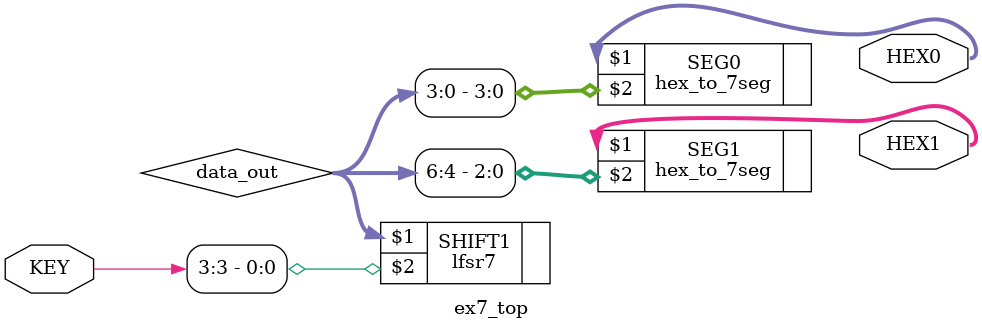
<source format=v>
module ex7_top (
	KEY,
	HEX0,
	HEX1
);
		input		[3:0] KEY;
		output 		[6:0]	HEX0, HEX1;
		wire		[6:0] data_out;
		
		
		lfsr7			SHIFT1 (data_out, KEY[3]); 
		hex_to_7seg		SEG0 (HEX0, data_out[3:0]);
		hex_to_7seg		SEG1 (HEX1, data_out[6:4]);
		
endmodule 

</source>
